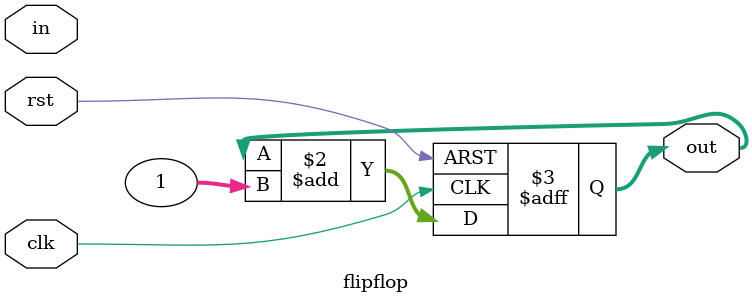
<source format=v>
module	flipflop(clk, rst, in, out);
	input	clk, rst;
	input	[31:0]	in;
	output	[31:0]	out;
	
	reg		[31:0]	out;
	 
	always@(posedge clk, posedge rst) begin
		if(rst)	out <= 0;
		else	out <= out + 1;
	end
endmodule

</source>
